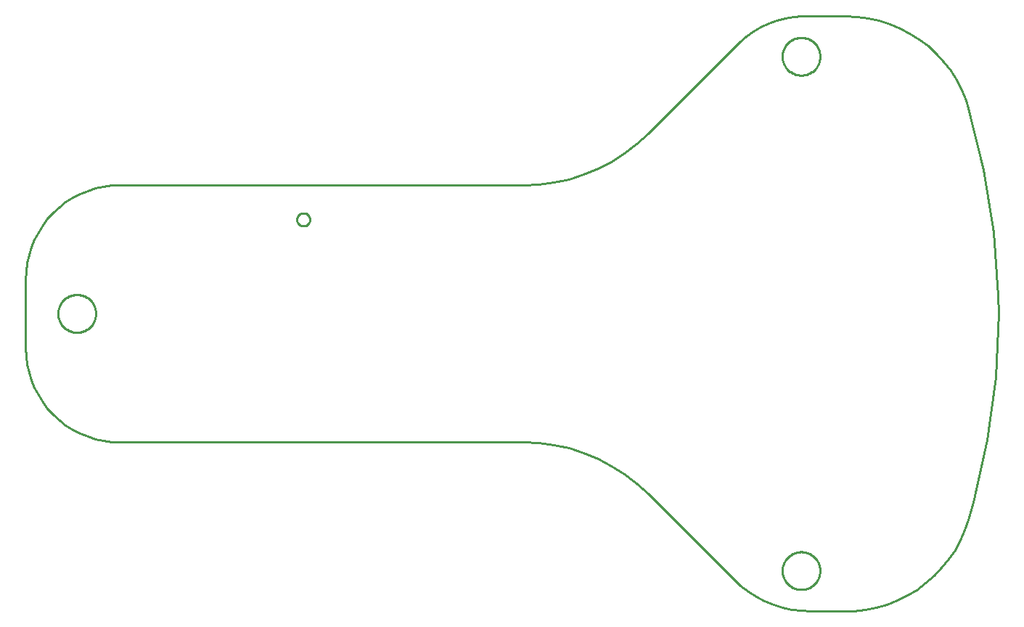
<source format=gbr>
G04 EAGLE Gerber RS-274X export*
G75*
%MOMM*%
%FSLAX34Y34*%
%LPD*%
%IN*%
%IPPOS*%
%AMOC8*
5,1,8,0,0,1.08239X$1,22.5*%
G01*
%ADD10C,0.254000*%


D10*
X-285000Y-40000D02*
X-284581Y-49587D01*
X-283329Y-59101D01*
X-281252Y-68470D01*
X-278366Y-77622D01*
X-274694Y-86488D01*
X-270263Y-95000D01*
X-265107Y-103093D01*
X-259265Y-110707D01*
X-252782Y-117782D01*
X-245707Y-124265D01*
X-238093Y-130107D01*
X-230000Y-135263D01*
X-221488Y-139694D01*
X-212622Y-143366D01*
X-203470Y-146252D01*
X-194101Y-148329D01*
X-184587Y-149581D01*
X-175000Y-150000D01*
X296000Y-150000D01*
X313870Y-150774D01*
X331604Y-153102D01*
X349068Y-156967D01*
X366129Y-162340D01*
X382657Y-169179D01*
X398525Y-177432D01*
X413614Y-187037D01*
X427808Y-197921D01*
X441000Y-210000D01*
X541000Y-310000D01*
X549197Y-317472D01*
X558015Y-324200D01*
X567385Y-330135D01*
X577237Y-335230D01*
X587495Y-339448D01*
X598082Y-342755D01*
X608917Y-345127D01*
X619918Y-346546D01*
X631000Y-347000D01*
X672000Y-347000D01*
X681336Y-346706D01*
X694269Y-345323D01*
X707032Y-342819D01*
X719529Y-339212D01*
X731663Y-334529D01*
X743344Y-328807D01*
X754481Y-322089D01*
X764990Y-314425D01*
X774791Y-305875D01*
X783810Y-296502D01*
X791978Y-286380D01*
X799232Y-275584D01*
X805518Y-264197D01*
X810787Y-252306D01*
X815000Y-240000D01*
X820693Y-219879D01*
X836853Y-147533D01*
X846647Y-74053D01*
X850000Y0D01*
X849709Y20909D01*
X844535Y94857D01*
X832936Y168073D01*
X815000Y240000D01*
X812084Y248873D01*
X807108Y260891D01*
X801105Y272429D01*
X794118Y283400D01*
X786202Y293721D01*
X777417Y303312D01*
X767829Y312101D01*
X757511Y320021D01*
X746543Y327011D01*
X735007Y333019D01*
X722991Y337999D01*
X710587Y341913D01*
X697889Y344730D01*
X684994Y346430D01*
X672000Y347000D01*
X621000Y347000D01*
X610989Y346156D01*
X601089Y344442D01*
X591377Y341872D01*
X581925Y338466D01*
X572807Y334248D01*
X564090Y329252D01*
X555843Y323516D01*
X548126Y317082D01*
X541000Y310000D01*
X441000Y210000D01*
X427808Y197921D01*
X413614Y187037D01*
X398525Y177432D01*
X382657Y169179D01*
X366129Y162340D01*
X349068Y156967D01*
X331604Y153102D01*
X313870Y150774D01*
X296000Y150000D01*
X-175000Y150000D01*
X-184587Y149581D01*
X-194101Y148329D01*
X-203470Y146252D01*
X-212622Y143366D01*
X-221488Y139694D01*
X-230000Y135263D01*
X-238093Y130107D01*
X-245707Y124265D01*
X-252782Y117782D01*
X-259265Y110707D01*
X-265107Y103093D01*
X-270263Y95000D01*
X-274694Y86488D01*
X-278366Y77622D01*
X-281252Y68470D01*
X-283329Y59101D01*
X-284581Y49587D01*
X-285000Y40000D01*
X-285000Y-40000D01*
X46750Y109332D02*
X46678Y108598D01*
X46534Y107875D01*
X46320Y107170D01*
X46038Y106489D01*
X45691Y105840D01*
X45281Y105227D01*
X44814Y104657D01*
X44293Y104136D01*
X43723Y103669D01*
X43110Y103259D01*
X42461Y102912D01*
X41780Y102630D01*
X41075Y102416D01*
X40352Y102272D01*
X39618Y102200D01*
X38882Y102200D01*
X38148Y102272D01*
X37425Y102416D01*
X36720Y102630D01*
X36039Y102912D01*
X35390Y103259D01*
X34777Y103669D01*
X34207Y104136D01*
X33686Y104657D01*
X33219Y105227D01*
X32809Y105840D01*
X32462Y106489D01*
X32180Y107170D01*
X31966Y107875D01*
X31822Y108598D01*
X31750Y109332D01*
X31750Y110068D01*
X31822Y110802D01*
X31966Y111525D01*
X32180Y112230D01*
X32462Y112911D01*
X32809Y113560D01*
X33219Y114173D01*
X33686Y114743D01*
X34207Y115264D01*
X34777Y115731D01*
X35390Y116141D01*
X36039Y116488D01*
X36720Y116770D01*
X37425Y116984D01*
X38148Y117128D01*
X38882Y117200D01*
X39618Y117200D01*
X40352Y117128D01*
X41075Y116984D01*
X41780Y116770D01*
X42461Y116488D01*
X43110Y116141D01*
X43723Y115731D01*
X44293Y115264D01*
X44814Y114743D01*
X45281Y114173D01*
X45691Y113560D01*
X46038Y112911D01*
X46320Y112230D01*
X46534Y111525D01*
X46678Y110802D01*
X46750Y110068D01*
X46750Y109332D01*
X-203000Y-617D02*
X-203069Y-1850D01*
X-203207Y-3077D01*
X-203414Y-4294D01*
X-203689Y-5497D01*
X-204031Y-6684D01*
X-204438Y-7849D01*
X-204911Y-8989D01*
X-205447Y-10102D01*
X-206044Y-11182D01*
X-206700Y-12227D01*
X-207415Y-13234D01*
X-208185Y-14199D01*
X-209007Y-15120D01*
X-209880Y-15993D01*
X-210801Y-16815D01*
X-211766Y-17585D01*
X-212773Y-18300D01*
X-213818Y-18956D01*
X-214898Y-19554D01*
X-216011Y-20089D01*
X-217151Y-20562D01*
X-218316Y-20969D01*
X-219503Y-21311D01*
X-220706Y-21586D01*
X-221923Y-21793D01*
X-223150Y-21931D01*
X-224383Y-22000D01*
X-225617Y-22000D01*
X-226850Y-21931D01*
X-228077Y-21793D01*
X-229294Y-21586D01*
X-230497Y-21311D01*
X-231684Y-20969D01*
X-232849Y-20562D01*
X-233989Y-20089D01*
X-235102Y-19554D01*
X-236182Y-18956D01*
X-237227Y-18300D01*
X-238234Y-17585D01*
X-239199Y-16815D01*
X-240120Y-15993D01*
X-240993Y-15120D01*
X-241815Y-14199D01*
X-242585Y-13234D01*
X-243300Y-12227D01*
X-243956Y-11182D01*
X-244554Y-10102D01*
X-245089Y-8989D01*
X-245562Y-7849D01*
X-245969Y-6684D01*
X-246311Y-5497D01*
X-246586Y-4294D01*
X-246793Y-3077D01*
X-246931Y-1850D01*
X-247000Y-617D01*
X-247000Y617D01*
X-246931Y1850D01*
X-246793Y3077D01*
X-246586Y4294D01*
X-246311Y5497D01*
X-245969Y6684D01*
X-245562Y7849D01*
X-245089Y8989D01*
X-244554Y10102D01*
X-243956Y11182D01*
X-243300Y12227D01*
X-242585Y13234D01*
X-241815Y14199D01*
X-240993Y15120D01*
X-240120Y15993D01*
X-239199Y16815D01*
X-238234Y17585D01*
X-237227Y18300D01*
X-236182Y18956D01*
X-235102Y19554D01*
X-233989Y20089D01*
X-232849Y20562D01*
X-231684Y20969D01*
X-230497Y21311D01*
X-229294Y21586D01*
X-228077Y21793D01*
X-226850Y21931D01*
X-225617Y22000D01*
X-224383Y22000D01*
X-223150Y21931D01*
X-221923Y21793D01*
X-220706Y21586D01*
X-219503Y21311D01*
X-218316Y20969D01*
X-217151Y20562D01*
X-216011Y20089D01*
X-214898Y19554D01*
X-213818Y18956D01*
X-212773Y18300D01*
X-211766Y17585D01*
X-210801Y16815D01*
X-209880Y15993D01*
X-209007Y15120D01*
X-208185Y14199D01*
X-207415Y13234D01*
X-206700Y12227D01*
X-206044Y11182D01*
X-205447Y10102D01*
X-204911Y8989D01*
X-204438Y7849D01*
X-204031Y6684D01*
X-203689Y5497D01*
X-203414Y4294D01*
X-203207Y3077D01*
X-203069Y1850D01*
X-203000Y617D01*
X-203000Y-617D01*
X642000Y299383D02*
X641931Y298150D01*
X641793Y296923D01*
X641586Y295706D01*
X641311Y294503D01*
X640969Y293316D01*
X640562Y292151D01*
X640089Y291011D01*
X639554Y289898D01*
X638956Y288818D01*
X638300Y287773D01*
X637585Y286766D01*
X636815Y285801D01*
X635993Y284880D01*
X635120Y284007D01*
X634199Y283185D01*
X633234Y282415D01*
X632227Y281700D01*
X631182Y281044D01*
X630102Y280447D01*
X628989Y279911D01*
X627849Y279438D01*
X626684Y279031D01*
X625497Y278689D01*
X624294Y278414D01*
X623077Y278207D01*
X621850Y278069D01*
X620617Y278000D01*
X619383Y278000D01*
X618150Y278069D01*
X616923Y278207D01*
X615706Y278414D01*
X614503Y278689D01*
X613316Y279031D01*
X612151Y279438D01*
X611011Y279911D01*
X609898Y280447D01*
X608818Y281044D01*
X607773Y281700D01*
X606766Y282415D01*
X605801Y283185D01*
X604880Y284007D01*
X604007Y284880D01*
X603185Y285801D01*
X602415Y286766D01*
X601700Y287773D01*
X601044Y288818D01*
X600447Y289898D01*
X599911Y291011D01*
X599438Y292151D01*
X599031Y293316D01*
X598689Y294503D01*
X598414Y295706D01*
X598207Y296923D01*
X598069Y298150D01*
X598000Y299383D01*
X598000Y300617D01*
X598069Y301850D01*
X598207Y303077D01*
X598414Y304294D01*
X598689Y305497D01*
X599031Y306684D01*
X599438Y307849D01*
X599911Y308989D01*
X600447Y310102D01*
X601044Y311182D01*
X601700Y312227D01*
X602415Y313234D01*
X603185Y314199D01*
X604007Y315120D01*
X604880Y315993D01*
X605801Y316815D01*
X606766Y317585D01*
X607773Y318300D01*
X608818Y318956D01*
X609898Y319554D01*
X611011Y320089D01*
X612151Y320562D01*
X613316Y320969D01*
X614503Y321311D01*
X615706Y321586D01*
X616923Y321793D01*
X618150Y321931D01*
X619383Y322000D01*
X620617Y322000D01*
X621850Y321931D01*
X623077Y321793D01*
X624294Y321586D01*
X625497Y321311D01*
X626684Y320969D01*
X627849Y320562D01*
X628989Y320089D01*
X630102Y319554D01*
X631182Y318956D01*
X632227Y318300D01*
X633234Y317585D01*
X634199Y316815D01*
X635120Y315993D01*
X635993Y315120D01*
X636815Y314199D01*
X637585Y313234D01*
X638300Y312227D01*
X638956Y311182D01*
X639554Y310102D01*
X640089Y308989D01*
X640562Y307849D01*
X640969Y306684D01*
X641311Y305497D01*
X641586Y304294D01*
X641793Y303077D01*
X641931Y301850D01*
X642000Y300617D01*
X642000Y299383D01*
X642000Y-300617D02*
X641931Y-301850D01*
X641793Y-303077D01*
X641586Y-304294D01*
X641311Y-305497D01*
X640969Y-306684D01*
X640562Y-307849D01*
X640089Y-308989D01*
X639554Y-310102D01*
X638956Y-311182D01*
X638300Y-312227D01*
X637585Y-313234D01*
X636815Y-314199D01*
X635993Y-315120D01*
X635120Y-315993D01*
X634199Y-316815D01*
X633234Y-317585D01*
X632227Y-318300D01*
X631182Y-318956D01*
X630102Y-319554D01*
X628989Y-320089D01*
X627849Y-320562D01*
X626684Y-320969D01*
X625497Y-321311D01*
X624294Y-321586D01*
X623077Y-321793D01*
X621850Y-321931D01*
X620617Y-322000D01*
X619383Y-322000D01*
X618150Y-321931D01*
X616923Y-321793D01*
X615706Y-321586D01*
X614503Y-321311D01*
X613316Y-320969D01*
X612151Y-320562D01*
X611011Y-320089D01*
X609898Y-319554D01*
X608818Y-318956D01*
X607773Y-318300D01*
X606766Y-317585D01*
X605801Y-316815D01*
X604880Y-315993D01*
X604007Y-315120D01*
X603185Y-314199D01*
X602415Y-313234D01*
X601700Y-312227D01*
X601044Y-311182D01*
X600447Y-310102D01*
X599911Y-308989D01*
X599438Y-307849D01*
X599031Y-306684D01*
X598689Y-305497D01*
X598414Y-304294D01*
X598207Y-303077D01*
X598069Y-301850D01*
X598000Y-300617D01*
X598000Y-299383D01*
X598069Y-298150D01*
X598207Y-296923D01*
X598414Y-295706D01*
X598689Y-294503D01*
X599031Y-293316D01*
X599438Y-292151D01*
X599911Y-291011D01*
X600447Y-289898D01*
X601044Y-288818D01*
X601700Y-287773D01*
X602415Y-286766D01*
X603185Y-285801D01*
X604007Y-284880D01*
X604880Y-284007D01*
X605801Y-283185D01*
X606766Y-282415D01*
X607773Y-281700D01*
X608818Y-281044D01*
X609898Y-280447D01*
X611011Y-279911D01*
X612151Y-279438D01*
X613316Y-279031D01*
X614503Y-278689D01*
X615706Y-278414D01*
X616923Y-278207D01*
X618150Y-278069D01*
X619383Y-278000D01*
X620617Y-278000D01*
X621850Y-278069D01*
X623077Y-278207D01*
X624294Y-278414D01*
X625497Y-278689D01*
X626684Y-279031D01*
X627849Y-279438D01*
X628989Y-279911D01*
X630102Y-280447D01*
X631182Y-281044D01*
X632227Y-281700D01*
X633234Y-282415D01*
X634199Y-283185D01*
X635120Y-284007D01*
X635993Y-284880D01*
X636815Y-285801D01*
X637585Y-286766D01*
X638300Y-287773D01*
X638956Y-288818D01*
X639554Y-289898D01*
X640089Y-291011D01*
X640562Y-292151D01*
X640969Y-293316D01*
X641311Y-294503D01*
X641586Y-295706D01*
X641793Y-296923D01*
X641931Y-298150D01*
X642000Y-299383D01*
X642000Y-300617D01*
M02*

</source>
